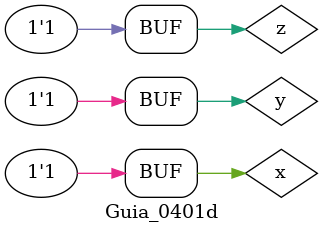
<source format=v>
/*
 Guia_0401d.v - v0.0. - 27 / 08 / 2022
 Autor    : Gabriel Vargas Bento de Souza
 Matricula: 778023
 */

/* TRUTH TABLE */

// (x'.y)'.z

/**
 expression: x'
 */
module fxy1 (output s,
            input  x, y, z);
   assign s = ~x;
endmodule // fxy1

/**
 expression: x'.y
 */
module fxy2 (output s,
            input  x, y, z);
   assign s = ~x & y;
endmodule // fxy2

/**
 expression: (x'.y)'
 */
module fxy3 (output s,
            input  x, y, z);
   assign s = ~(~x & y);
endmodule // fxy3

/**
 expression: (x'.y)'.z
 */
module fxy4 (output s,
            input  x, y, z);
   assign s = ~(~x & y) & z;
endmodule // fxy4

/**
  Guia_0401d.v
 */
module Guia_0401d;
   reg  x, y, z;
   wire s1, s2, s3, s4;
   
   // instancias
   fxy1 FXY1 (s1, x, y, z);
   fxy2 FXY2 (s2, x, y, z);
   fxy3 FXY3 (s3, x, y, z);
   fxy4 FXY4 (s4, x, y, z);
   
   // valores iniciais
   initial begin: start
      x=1'bx; y=1'bx; z=1'bx; // indefinidos
   end

   // parte principal
   initial begin: main
      // identificacao
       $display("Gabriel Vargas Bento de Souza - 778023");
       $display("Test boolean expression");
       $display("\n01.d) (x'.y)'.z\n");

       // monitoramento
       $display(" x  y  z   x'  x'.y  (x'.y)'  (x'.y)'.z ");
       $monitor("%2b %2b %2b %3b %3b %7b %9b", x, y, z, s1, s2, s3, s4);

       // sinalizacao
       #1 x=0; y=0; z=0;
       #1 x=0; y=0; z=1;
       #1 x=0; y=1; z=0;
       #1 x=0; y=1; z=1;
       #1 x=1; y=0; z=0;
       #1 x=1; y=0; z=1;
       #1 x=1; y=1; z=0;
       #1 x=1; y=1; z=1;
   end
endmodule // Guia_0401d

</source>
